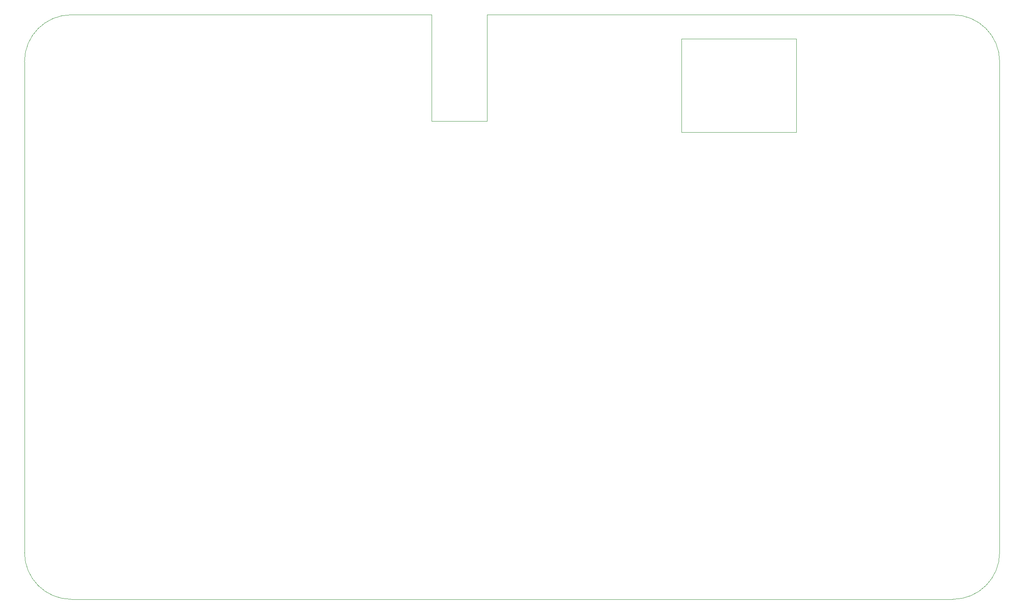
<source format=gm1>
%TF.GenerationSoftware,KiCad,Pcbnew,8.0.6*%
%TF.CreationDate,2024-11-20T03:37:43+00:00*%
%TF.ProjectId,keychron_hitbox,6b657963-6872-46f6-9e5f-686974626f78,rev?*%
%TF.SameCoordinates,Original*%
%TF.FileFunction,Profile,NP*%
%FSLAX46Y46*%
G04 Gerber Fmt 4.6, Leading zero omitted, Abs format (unit mm)*
G04 Created by KiCad (PCBNEW 8.0.6) date 2024-11-20 03:37:43*
%MOMM*%
%LPD*%
G01*
G04 APERTURE LIST*
%TA.AperFunction,Profile*%
%ADD10C,0.050000*%
%TD*%
G04 APERTURE END LIST*
D10*
X53000000Y-150000000D02*
X241500000Y-150000000D01*
X141890000Y-47350000D02*
X141890000Y-47700000D01*
X129460000Y-25000000D02*
X53000000Y-25000000D01*
X43000000Y-140000000D02*
X43000000Y-35000000D01*
X251500000Y-140000000D02*
G75*
G02*
X241500000Y-150000000I-10000000J0D01*
G01*
X241500000Y-25000000D02*
G75*
G02*
X251500000Y-35000000I0J-10000000D01*
G01*
X141890000Y-25000000D02*
X241500000Y-25000000D01*
X43000000Y-35000000D02*
G75*
G02*
X53000000Y-25000000I10000000J0D01*
G01*
X130070000Y-47700000D02*
X130070000Y-47663000D01*
X141890000Y-25000000D02*
X141890000Y-47350000D01*
X141890000Y-47700000D02*
X130070000Y-47700000D01*
X130070000Y-33113000D02*
X130070000Y-25000000D01*
X53000000Y-150000000D02*
G75*
G02*
X43000000Y-140000000I0J10000000D01*
G01*
X251500000Y-35000000D02*
X251500000Y-140000000D01*
X129460000Y-25000000D02*
X130070000Y-25000000D01*
X183500000Y-30150000D02*
X208000000Y-30150000D01*
X208000000Y-50150000D01*
X183500000Y-50150000D01*
X183500000Y-30150000D01*
X130070000Y-33113000D02*
X130070000Y-47663000D01*
M02*

</source>
